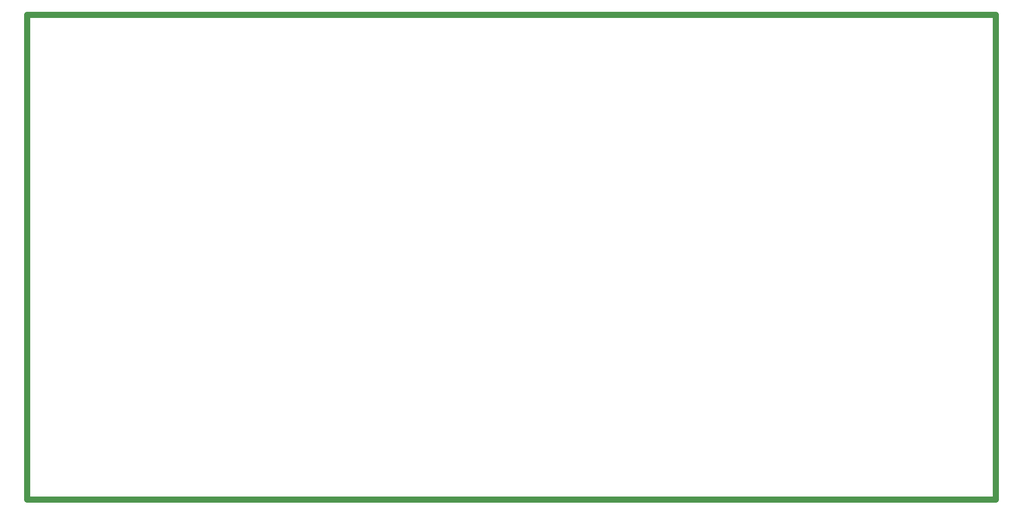
<source format=gm1>
G04*
G04 #@! TF.GenerationSoftware,Altium Limited,Altium Designer,25.4.2 (15)*
G04*
G04 Layer_Color=16711935*
%FSAX44Y44*%
%MOMM*%
G71*
G04*
G04 #@! TF.SameCoordinates,DDFFB4A4-4E3D-46BD-814A-B4F9BFA491BB*
G04*
G04*
G04 #@! TF.FilePolarity,Positive*
G04*
G01*
G75*
%ADD69C,1.0000*%
D69*
Y00800000D01*
X01600000D01*
Y00000000D02*
Y00800000D01*
X00000000Y00000000D02*
X01600000D01*
M02*

</source>
